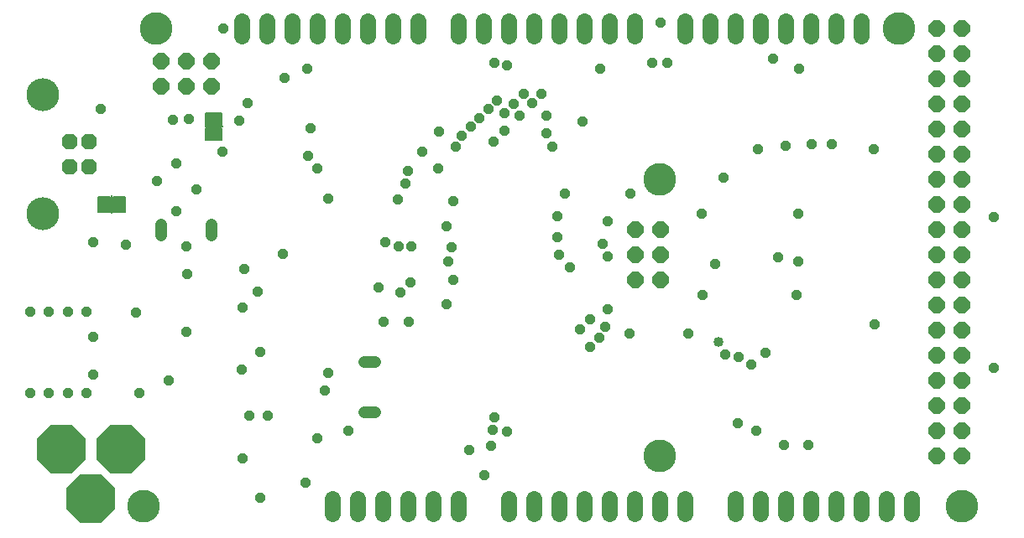
<source format=gbs>
G75*
G70*
%OFA0B0*%
%FSLAX24Y24*%
%IPPOS*%
%LPD*%
%AMOC8*
5,1,8,0,0,1.08239X$1,22.5*
%
%ADD10C,0.1300*%
%ADD11OC8,0.0640*%
%ADD12C,0.0640*%
%ADD13OC8,0.1940*%
%ADD14OC8,0.0614*%
%ADD15C,0.1306*%
%ADD16C,0.0050*%
%ADD17R,0.0720X0.0060*%
%ADD18R,0.0060X0.0720*%
%ADD19C,0.0480*%
%ADD20OC8,0.0400*%
%ADD21C,0.0400*%
D10*
X010538Y007300D03*
X031038Y009300D03*
X043038Y007300D03*
X031038Y020300D03*
X040538Y026300D03*
X011038Y026300D03*
D11*
X011238Y025000D03*
X012238Y025000D03*
X013238Y025000D03*
X013238Y024000D03*
X012238Y024000D03*
X011238Y024000D03*
X030088Y018300D03*
X031088Y018300D03*
X031088Y017300D03*
X030088Y017300D03*
X030088Y016300D03*
X031088Y016300D03*
X042038Y016300D03*
X043038Y016300D03*
X043038Y015300D03*
X042038Y015300D03*
X042038Y014300D03*
X043038Y014300D03*
X043038Y013300D03*
X042038Y013300D03*
X042038Y012300D03*
X043038Y012300D03*
X043038Y011300D03*
X042038Y011300D03*
X042038Y010300D03*
X043038Y010300D03*
X043038Y009300D03*
X042038Y009300D03*
X042038Y017300D03*
X043038Y017300D03*
X043038Y018300D03*
X042038Y018300D03*
X042038Y019300D03*
X043038Y019300D03*
X043038Y020300D03*
X042038Y020300D03*
X042038Y021300D03*
X043038Y021300D03*
X043038Y022300D03*
X042038Y022300D03*
X042038Y023300D03*
X043038Y023300D03*
X043038Y024300D03*
X042038Y024300D03*
X042038Y025300D03*
X043038Y025300D03*
X043038Y026300D03*
X042038Y026300D03*
D12*
X039038Y026600D02*
X039038Y026000D01*
X038038Y026000D02*
X038038Y026600D01*
X037038Y026600D02*
X037038Y026000D01*
X036038Y026000D02*
X036038Y026600D01*
X035038Y026600D02*
X035038Y026000D01*
X034038Y026000D02*
X034038Y026600D01*
X033038Y026600D02*
X033038Y026000D01*
X032038Y026000D02*
X032038Y026600D01*
X030038Y026600D02*
X030038Y026000D01*
X029038Y026000D02*
X029038Y026600D01*
X028038Y026600D02*
X028038Y026000D01*
X027038Y026000D02*
X027038Y026600D01*
X026038Y026600D02*
X026038Y026000D01*
X025038Y026000D02*
X025038Y026600D01*
X024038Y026600D02*
X024038Y026000D01*
X023038Y026000D02*
X023038Y026600D01*
X021438Y026600D02*
X021438Y026000D01*
X020438Y026000D02*
X020438Y026600D01*
X019438Y026600D02*
X019438Y026000D01*
X018438Y026000D02*
X018438Y026600D01*
X017438Y026600D02*
X017438Y026000D01*
X016438Y026000D02*
X016438Y026600D01*
X015438Y026600D02*
X015438Y026000D01*
X014438Y026000D02*
X014438Y026600D01*
X018038Y007600D02*
X018038Y007000D01*
X019038Y007000D02*
X019038Y007600D01*
X020038Y007600D02*
X020038Y007000D01*
X021038Y007000D02*
X021038Y007600D01*
X022038Y007600D02*
X022038Y007000D01*
X023038Y007000D02*
X023038Y007600D01*
X025038Y007600D02*
X025038Y007000D01*
X026038Y007000D02*
X026038Y007600D01*
X027038Y007600D02*
X027038Y007000D01*
X028038Y007000D02*
X028038Y007600D01*
X029038Y007600D02*
X029038Y007000D01*
X030038Y007000D02*
X030038Y007600D01*
X031038Y007600D02*
X031038Y007000D01*
X032038Y007000D02*
X032038Y007600D01*
X034038Y007600D02*
X034038Y007000D01*
X035038Y007000D02*
X035038Y007600D01*
X036038Y007600D02*
X036038Y007000D01*
X037038Y007000D02*
X037038Y007600D01*
X038038Y007600D02*
X038038Y007000D01*
X039038Y007000D02*
X039038Y007600D01*
X040038Y007600D02*
X040038Y007000D01*
X041038Y007000D02*
X041038Y007600D01*
D13*
X009638Y009570D03*
X007278Y009570D03*
X008458Y007600D03*
D14*
X008392Y020808D03*
X007605Y020808D03*
X007605Y021792D03*
X008392Y021792D03*
D15*
X006538Y023662D03*
X006538Y018938D03*
D16*
X008763Y018990D02*
X009213Y018990D01*
X008763Y018990D02*
X008763Y019610D01*
X009213Y019610D01*
X009213Y018990D01*
X009213Y019039D02*
X008763Y019039D01*
X008763Y019088D02*
X009213Y019088D01*
X009213Y019137D02*
X008763Y019137D01*
X008763Y019186D02*
X009213Y019186D01*
X009213Y019235D02*
X008763Y019235D01*
X008763Y019284D02*
X009213Y019284D01*
X009213Y019333D02*
X008763Y019333D01*
X008763Y019382D02*
X009213Y019382D01*
X009213Y019431D02*
X008763Y019431D01*
X008763Y019480D02*
X009213Y019480D01*
X009213Y019529D02*
X008763Y019529D01*
X008763Y019578D02*
X009213Y019578D01*
X009363Y018990D02*
X009813Y018990D01*
X009363Y018990D02*
X009363Y019610D01*
X009813Y019610D01*
X009813Y018990D01*
X009813Y019039D02*
X009363Y019039D01*
X009363Y019088D02*
X009813Y019088D01*
X009813Y019137D02*
X009363Y019137D01*
X009363Y019186D02*
X009813Y019186D01*
X009813Y019235D02*
X009363Y019235D01*
X009363Y019284D02*
X009813Y019284D01*
X009813Y019333D02*
X009363Y019333D01*
X009363Y019382D02*
X009813Y019382D01*
X009813Y019431D02*
X009363Y019431D01*
X009363Y019480D02*
X009813Y019480D01*
X009813Y019529D02*
X009363Y019529D01*
X009363Y019578D02*
X009813Y019578D01*
X013648Y021875D02*
X013648Y022325D01*
X013648Y021875D02*
X013028Y021875D01*
X013028Y022325D01*
X013648Y022325D01*
X013648Y021924D02*
X013028Y021924D01*
X013028Y021973D02*
X013648Y021973D01*
X013648Y022022D02*
X013028Y022022D01*
X013028Y022071D02*
X013648Y022071D01*
X013648Y022120D02*
X013028Y022120D01*
X013028Y022169D02*
X013648Y022169D01*
X013648Y022218D02*
X013028Y022218D01*
X013028Y022267D02*
X013648Y022267D01*
X013648Y022316D02*
X013028Y022316D01*
X013648Y022475D02*
X013648Y022925D01*
X013648Y022475D02*
X013028Y022475D01*
X013028Y022925D01*
X013648Y022925D01*
X013648Y022524D02*
X013028Y022524D01*
X013028Y022573D02*
X013648Y022573D01*
X013648Y022622D02*
X013028Y022622D01*
X013028Y022671D02*
X013648Y022671D01*
X013648Y022720D02*
X013028Y022720D01*
X013028Y022769D02*
X013648Y022769D01*
X013648Y022818D02*
X013028Y022818D01*
X013028Y022867D02*
X013648Y022867D01*
X013648Y022916D02*
X013028Y022916D01*
D17*
X013338Y022400D03*
D18*
X009288Y019300D03*
D19*
X011238Y018520D02*
X011238Y018080D01*
X013238Y018080D02*
X013238Y018520D01*
X019318Y013050D02*
X019758Y013050D01*
X019758Y011050D02*
X019318Y011050D01*
D20*
X018688Y010300D03*
X017438Y010000D03*
X015488Y010900D03*
X014738Y010900D03*
X014488Y009200D03*
X016988Y008250D03*
X015188Y007650D03*
X017738Y011900D03*
X017888Y012600D03*
X015188Y013450D03*
X014438Y012750D03*
X012238Y014250D03*
X010238Y015000D03*
X008538Y014050D03*
X008288Y015050D03*
X007538Y015050D03*
X006788Y015050D03*
X006038Y015050D03*
X008538Y012550D03*
X008288Y011800D03*
X007538Y011800D03*
X006788Y011800D03*
X006038Y011800D03*
X010388Y011800D03*
X011538Y012300D03*
X014488Y015200D03*
X015088Y015850D03*
X014538Y016750D03*
X016088Y017350D03*
X012238Y017650D03*
X012288Y016550D03*
X009838Y017700D03*
X008538Y017800D03*
X011838Y019050D03*
X012638Y019900D03*
X011088Y020250D03*
X011838Y020950D03*
X013688Y021400D03*
X014338Y022650D03*
X014688Y023350D03*
X016138Y024350D03*
X017038Y024700D03*
X013732Y026300D03*
X008838Y023100D03*
X011713Y022675D03*
X012338Y022700D03*
X017188Y022350D03*
X017088Y021250D03*
X017438Y020750D03*
X017888Y019550D03*
X020638Y019500D03*
X020938Y020150D03*
X021038Y020650D03*
X021608Y021400D03*
X022238Y020750D03*
X022938Y021600D03*
X023188Y022050D03*
X023538Y022400D03*
X023888Y022750D03*
X024238Y023100D03*
X024588Y023450D03*
X024888Y022950D03*
X025238Y023300D03*
X025638Y023700D03*
X025988Y023350D03*
X026338Y023700D03*
X026538Y022850D03*
X026538Y022150D03*
X026788Y021600D03*
X027988Y022600D03*
X025488Y022850D03*
X024888Y022250D03*
X024438Y021800D03*
X022288Y022200D03*
X024988Y024850D03*
X024488Y024950D03*
X028688Y024700D03*
X030738Y024950D03*
X031338Y024950D03*
X031082Y026550D03*
X035548Y025120D03*
X036588Y024700D03*
X037088Y021700D03*
X037888Y021700D03*
X039538Y021500D03*
X036038Y021650D03*
X034944Y021506D03*
X033578Y020360D03*
X032731Y018937D03*
X029898Y019740D03*
X028988Y018650D03*
X028788Y017750D03*
X028988Y017250D03*
X027488Y016800D03*
X027038Y017300D03*
X026988Y018000D03*
X026988Y018850D03*
X027278Y019750D03*
X022838Y019450D03*
X022588Y018450D03*
X022788Y017600D03*
X022638Y017050D03*
X022838Y016300D03*
X022588Y015350D03*
X021088Y014650D03*
X020088Y014650D03*
X020738Y015800D03*
X021138Y016200D03*
X019888Y016000D03*
X020688Y017650D03*
X021188Y017650D03*
X020138Y017806D03*
X027888Y014350D03*
X028288Y014750D03*
X028888Y014450D03*
X028638Y014000D03*
X028288Y013650D03*
X029841Y014174D03*
X028988Y015150D03*
X032203Y014174D03*
X033638Y013350D03*
X034188Y013250D03*
X034688Y012950D03*
X035238Y013403D03*
X036488Y015700D03*
X036538Y017050D03*
X035738Y017200D03*
X033238Y016950D03*
X032738Y015700D03*
X036538Y018950D03*
X044332Y018800D03*
X039588Y014550D03*
X044332Y012800D03*
X036938Y009750D03*
X035988Y009750D03*
X034888Y010300D03*
X034138Y010600D03*
X024988Y010286D03*
X024420Y010350D03*
X024488Y010850D03*
X024338Y009700D03*
X023485Y009553D03*
X024088Y008531D03*
D21*
X033388Y013850D03*
M02*

</source>
